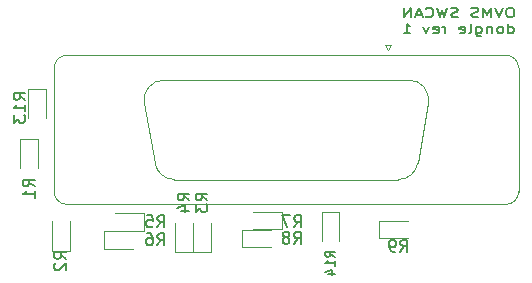
<source format=gbo>
G04 #@! TF.GenerationSoftware,KiCad,Pcbnew,(5.1.0-0)*
G04 #@! TF.CreationDate,2019-04-23T20:34:44+03:00*
G04 #@! TF.ProjectId,ovms-swcan-dongle,6f766d73-2d73-4776-9361-6e2d646f6e67,rev?*
G04 #@! TF.SameCoordinates,Original*
G04 #@! TF.FileFunction,Legend,Bot*
G04 #@! TF.FilePolarity,Positive*
%FSLAX46Y46*%
G04 Gerber Fmt 4.6, Leading zero omitted, Abs format (unit mm)*
G04 Created by KiCad (PCBNEW (5.1.0-0)) date 2019-04-23 20:34:44*
%MOMM*%
%LPD*%
G04 APERTURE LIST*
%ADD10C,0.150000*%
%ADD11C,0.120000*%
G04 APERTURE END LIST*
D10*
X56014380Y-13999904D02*
X55823904Y-13999904D01*
X55728666Y-14038000D01*
X55633428Y-14114190D01*
X55585809Y-14266571D01*
X55585809Y-14533238D01*
X55633428Y-14685619D01*
X55728666Y-14761809D01*
X55823904Y-14799904D01*
X56014380Y-14799904D01*
X56109619Y-14761809D01*
X56204857Y-14685619D01*
X56252476Y-14533238D01*
X56252476Y-14266571D01*
X56204857Y-14114190D01*
X56109619Y-14038000D01*
X56014380Y-13999904D01*
X55300095Y-13999904D02*
X54966761Y-14799904D01*
X54633428Y-13999904D01*
X54300095Y-14799904D02*
X54300095Y-13999904D01*
X53966761Y-14571333D01*
X53633428Y-13999904D01*
X53633428Y-14799904D01*
X53204857Y-14761809D02*
X53062000Y-14799904D01*
X52823904Y-14799904D01*
X52728666Y-14761809D01*
X52681047Y-14723714D01*
X52633428Y-14647523D01*
X52633428Y-14571333D01*
X52681047Y-14495142D01*
X52728666Y-14457047D01*
X52823904Y-14418952D01*
X53014380Y-14380857D01*
X53109619Y-14342761D01*
X53157238Y-14304666D01*
X53204857Y-14228476D01*
X53204857Y-14152285D01*
X53157238Y-14076095D01*
X53109619Y-14038000D01*
X53014380Y-13999904D01*
X52776285Y-13999904D01*
X52633428Y-14038000D01*
X51490571Y-14761809D02*
X51347714Y-14799904D01*
X51109619Y-14799904D01*
X51014380Y-14761809D01*
X50966761Y-14723714D01*
X50919142Y-14647523D01*
X50919142Y-14571333D01*
X50966761Y-14495142D01*
X51014380Y-14457047D01*
X51109619Y-14418952D01*
X51300095Y-14380857D01*
X51395333Y-14342761D01*
X51442952Y-14304666D01*
X51490571Y-14228476D01*
X51490571Y-14152285D01*
X51442952Y-14076095D01*
X51395333Y-14038000D01*
X51300095Y-13999904D01*
X51062000Y-13999904D01*
X50919142Y-14038000D01*
X50585809Y-13999904D02*
X50347714Y-14799904D01*
X50157238Y-14228476D01*
X49966761Y-14799904D01*
X49728666Y-13999904D01*
X48776285Y-14723714D02*
X48823904Y-14761809D01*
X48966761Y-14799904D01*
X49062000Y-14799904D01*
X49204857Y-14761809D01*
X49300095Y-14685619D01*
X49347714Y-14609428D01*
X49395333Y-14457047D01*
X49395333Y-14342761D01*
X49347714Y-14190380D01*
X49300095Y-14114190D01*
X49204857Y-14038000D01*
X49062000Y-13999904D01*
X48966761Y-13999904D01*
X48823904Y-14038000D01*
X48776285Y-14076095D01*
X48395333Y-14571333D02*
X47919142Y-14571333D01*
X48490571Y-14799904D02*
X48157238Y-13999904D01*
X47823904Y-14799904D01*
X47490571Y-14799904D02*
X47490571Y-13999904D01*
X46919142Y-14799904D01*
X46919142Y-13999904D01*
X55752476Y-16149904D02*
X55752476Y-15349904D01*
X55752476Y-16111809D02*
X55847714Y-16149904D01*
X56038190Y-16149904D01*
X56133428Y-16111809D01*
X56181047Y-16073714D01*
X56228666Y-15997523D01*
X56228666Y-15768952D01*
X56181047Y-15692761D01*
X56133428Y-15654666D01*
X56038190Y-15616571D01*
X55847714Y-15616571D01*
X55752476Y-15654666D01*
X55133428Y-16149904D02*
X55228666Y-16111809D01*
X55276285Y-16073714D01*
X55323904Y-15997523D01*
X55323904Y-15768952D01*
X55276285Y-15692761D01*
X55228666Y-15654666D01*
X55133428Y-15616571D01*
X54990571Y-15616571D01*
X54895333Y-15654666D01*
X54847714Y-15692761D01*
X54800095Y-15768952D01*
X54800095Y-15997523D01*
X54847714Y-16073714D01*
X54895333Y-16111809D01*
X54990571Y-16149904D01*
X55133428Y-16149904D01*
X54371523Y-15616571D02*
X54371523Y-16149904D01*
X54371523Y-15692761D02*
X54323904Y-15654666D01*
X54228666Y-15616571D01*
X54085809Y-15616571D01*
X53990571Y-15654666D01*
X53942952Y-15730857D01*
X53942952Y-16149904D01*
X53038190Y-15616571D02*
X53038190Y-16264190D01*
X53085809Y-16340380D01*
X53133428Y-16378476D01*
X53228666Y-16416571D01*
X53371523Y-16416571D01*
X53466761Y-16378476D01*
X53038190Y-16111809D02*
X53133428Y-16149904D01*
X53323904Y-16149904D01*
X53419142Y-16111809D01*
X53466761Y-16073714D01*
X53514380Y-15997523D01*
X53514380Y-15768952D01*
X53466761Y-15692761D01*
X53419142Y-15654666D01*
X53323904Y-15616571D01*
X53133428Y-15616571D01*
X53038190Y-15654666D01*
X52419142Y-16149904D02*
X52514380Y-16111809D01*
X52561999Y-16035619D01*
X52561999Y-15349904D01*
X51657238Y-16111809D02*
X51752476Y-16149904D01*
X51942952Y-16149904D01*
X52038190Y-16111809D01*
X52085809Y-16035619D01*
X52085809Y-15730857D01*
X52038190Y-15654666D01*
X51942952Y-15616571D01*
X51752476Y-15616571D01*
X51657238Y-15654666D01*
X51609619Y-15730857D01*
X51609619Y-15807047D01*
X52085809Y-15883238D01*
X50419142Y-16149904D02*
X50419142Y-15616571D01*
X50419142Y-15768952D02*
X50371523Y-15692761D01*
X50323904Y-15654666D01*
X50228666Y-15616571D01*
X50133428Y-15616571D01*
X49419142Y-16111809D02*
X49514380Y-16149904D01*
X49704857Y-16149904D01*
X49800095Y-16111809D01*
X49847714Y-16035619D01*
X49847714Y-15730857D01*
X49800095Y-15654666D01*
X49704857Y-15616571D01*
X49514380Y-15616571D01*
X49419142Y-15654666D01*
X49371523Y-15730857D01*
X49371523Y-15807047D01*
X49847714Y-15883238D01*
X49038190Y-15616571D02*
X48800095Y-16149904D01*
X48561999Y-15616571D01*
X46895333Y-16149904D02*
X47466761Y-16149904D01*
X47181047Y-16149904D02*
X47181047Y-15349904D01*
X47276285Y-15464190D01*
X47371523Y-15540380D01*
X47466761Y-15578476D01*
D11*
X48984470Y-22070256D02*
X48085202Y-27170256D01*
X24951530Y-22070256D02*
X25850798Y-27170256D01*
X46450421Y-28542000D02*
X27485579Y-28542000D01*
X47349689Y-20122000D02*
X26586311Y-20122000D01*
X45593000Y-17560675D02*
X45843000Y-17127662D01*
X45343000Y-17127662D02*
X45593000Y-17560675D01*
X45843000Y-17127662D02*
X45343000Y-17127662D01*
X56628000Y-29582000D02*
X56628000Y-19082000D01*
X18368000Y-30642000D02*
X55568000Y-30642000D01*
X17308000Y-19082000D02*
X17308000Y-29582000D01*
X55568000Y-18022000D02*
X18368000Y-18022000D01*
X25850798Y-27170256D02*
G75*
G03X27485579Y-28542000I1634781J288256D01*
G01*
X48085202Y-27170256D02*
G75*
G02X46450421Y-28542000I-1634781J288256D01*
G01*
X24951530Y-22070256D02*
G75*
G02X26586311Y-20122000I1634781J288256D01*
G01*
X48984470Y-22070256D02*
G75*
G03X47349689Y-20122000I-1634781J288256D01*
G01*
X18368000Y-30642000D02*
G75*
G02X17308000Y-29582000I0J1060000D01*
G01*
X55568000Y-30642000D02*
G75*
G03X56628000Y-29582000I0J1060000D01*
G01*
X17308000Y-19082000D02*
G75*
G02X18368000Y-18022000I1060000J0D01*
G01*
X55568000Y-18022000D02*
G75*
G02X56628000Y-19082000I0J-1060000D01*
G01*
X41425800Y-31283800D02*
X41425800Y-33743800D01*
X39955800Y-31283800D02*
X41425800Y-31283800D01*
X39955800Y-33743800D02*
X39955800Y-31283800D01*
X16571900Y-20907900D02*
X16571900Y-23367900D01*
X15101900Y-20907900D02*
X16571900Y-20907900D01*
X15101900Y-23367900D02*
X15101900Y-20907900D01*
X44796600Y-32031000D02*
X47256600Y-32031000D01*
X44796600Y-33501000D02*
X44796600Y-32031000D01*
X47256600Y-33501000D02*
X44796600Y-33501000D01*
X33239600Y-32793000D02*
X35699600Y-32793000D01*
X33239600Y-34263000D02*
X33239600Y-32793000D01*
X35699600Y-34263000D02*
X33239600Y-34263000D01*
X36559600Y-32739000D02*
X34099600Y-32739000D01*
X36559600Y-31269000D02*
X36559600Y-32739000D01*
X34099600Y-31269000D02*
X36559600Y-31269000D01*
X21555600Y-32920000D02*
X24015600Y-32920000D01*
X21555600Y-34390000D02*
X21555600Y-32920000D01*
X24015600Y-34390000D02*
X21555600Y-34390000D01*
X24875600Y-32866000D02*
X22415600Y-32866000D01*
X24875600Y-31396000D02*
X24875600Y-32866000D01*
X22415600Y-31396000D02*
X24875600Y-31396000D01*
X27560600Y-34680000D02*
X27560600Y-32220000D01*
X29030600Y-34680000D02*
X27560600Y-34680000D01*
X29030600Y-32220000D02*
X29030600Y-34680000D01*
X29084600Y-34680000D02*
X29084600Y-32220000D01*
X30554600Y-34680000D02*
X29084600Y-34680000D01*
X30554600Y-32220000D02*
X30554600Y-34680000D01*
X17133900Y-34553000D02*
X17133900Y-32093000D01*
X18603900Y-34553000D02*
X17133900Y-34553000D01*
X18603900Y-32093000D02*
X18603900Y-34553000D01*
X15924200Y-25086200D02*
X15924200Y-27546200D01*
X14454200Y-25086200D02*
X15924200Y-25086200D01*
X14454200Y-27546200D02*
X14454200Y-25086200D01*
D10*
X41052704Y-35096514D02*
X40671752Y-34829847D01*
X41052704Y-34639371D02*
X40252704Y-34639371D01*
X40252704Y-34944133D01*
X40290800Y-35020323D01*
X40328895Y-35058419D01*
X40405085Y-35096514D01*
X40519371Y-35096514D01*
X40595561Y-35058419D01*
X40633657Y-35020323D01*
X40671752Y-34944133D01*
X40671752Y-34639371D01*
X41052704Y-35858419D02*
X41052704Y-35401276D01*
X41052704Y-35629847D02*
X40252704Y-35629847D01*
X40366990Y-35553657D01*
X40443180Y-35477466D01*
X40481276Y-35401276D01*
X40519371Y-36544133D02*
X41052704Y-36544133D01*
X40214609Y-36353657D02*
X40786038Y-36163180D01*
X40786038Y-36658419D01*
X14866880Y-21810742D02*
X14390690Y-21477409D01*
X14866880Y-21239314D02*
X13866880Y-21239314D01*
X13866880Y-21620266D01*
X13914500Y-21715504D01*
X13962119Y-21763123D01*
X14057357Y-21810742D01*
X14200214Y-21810742D01*
X14295452Y-21763123D01*
X14343071Y-21715504D01*
X14390690Y-21620266D01*
X14390690Y-21239314D01*
X14866880Y-22763123D02*
X14866880Y-22191695D01*
X14866880Y-22477409D02*
X13866880Y-22477409D01*
X14009738Y-22382171D01*
X14104976Y-22286933D01*
X14152595Y-22191695D01*
X13866880Y-23096457D02*
X13866880Y-23715504D01*
X14247833Y-23382171D01*
X14247833Y-23525028D01*
X14295452Y-23620266D01*
X14343071Y-23667885D01*
X14438309Y-23715504D01*
X14676404Y-23715504D01*
X14771642Y-23667885D01*
X14819261Y-23620266D01*
X14866880Y-23525028D01*
X14866880Y-23239314D01*
X14819261Y-23144076D01*
X14771642Y-23096457D01*
X46623266Y-34648380D02*
X46956600Y-34172190D01*
X47194695Y-34648380D02*
X47194695Y-33648380D01*
X46813742Y-33648380D01*
X46718504Y-33696000D01*
X46670885Y-33743619D01*
X46623266Y-33838857D01*
X46623266Y-33981714D01*
X46670885Y-34076952D01*
X46718504Y-34124571D01*
X46813742Y-34172190D01*
X47194695Y-34172190D01*
X46147076Y-34648380D02*
X45956600Y-34648380D01*
X45861361Y-34600761D01*
X45813742Y-34553142D01*
X45718504Y-34410285D01*
X45670885Y-34219809D01*
X45670885Y-33838857D01*
X45718504Y-33743619D01*
X45766123Y-33696000D01*
X45861361Y-33648380D01*
X46051838Y-33648380D01*
X46147076Y-33696000D01*
X46194695Y-33743619D01*
X46242314Y-33838857D01*
X46242314Y-34076952D01*
X46194695Y-34172190D01*
X46147076Y-34219809D01*
X46051838Y-34267428D01*
X45861361Y-34267428D01*
X45766123Y-34219809D01*
X45718504Y-34172190D01*
X45670885Y-34076952D01*
X37606266Y-33980380D02*
X37939600Y-33504190D01*
X38177695Y-33980380D02*
X38177695Y-32980380D01*
X37796742Y-32980380D01*
X37701504Y-33028000D01*
X37653885Y-33075619D01*
X37606266Y-33170857D01*
X37606266Y-33313714D01*
X37653885Y-33408952D01*
X37701504Y-33456571D01*
X37796742Y-33504190D01*
X38177695Y-33504190D01*
X37034838Y-33408952D02*
X37130076Y-33361333D01*
X37177695Y-33313714D01*
X37225314Y-33218476D01*
X37225314Y-33170857D01*
X37177695Y-33075619D01*
X37130076Y-33028000D01*
X37034838Y-32980380D01*
X36844361Y-32980380D01*
X36749123Y-33028000D01*
X36701504Y-33075619D01*
X36653885Y-33170857D01*
X36653885Y-33218476D01*
X36701504Y-33313714D01*
X36749123Y-33361333D01*
X36844361Y-33408952D01*
X37034838Y-33408952D01*
X37130076Y-33456571D01*
X37177695Y-33504190D01*
X37225314Y-33599428D01*
X37225314Y-33789904D01*
X37177695Y-33885142D01*
X37130076Y-33932761D01*
X37034838Y-33980380D01*
X36844361Y-33980380D01*
X36749123Y-33932761D01*
X36701504Y-33885142D01*
X36653885Y-33789904D01*
X36653885Y-33599428D01*
X36701504Y-33504190D01*
X36749123Y-33456571D01*
X36844361Y-33408952D01*
X37606266Y-32583380D02*
X37939600Y-32107190D01*
X38177695Y-32583380D02*
X38177695Y-31583380D01*
X37796742Y-31583380D01*
X37701504Y-31631000D01*
X37653885Y-31678619D01*
X37606266Y-31773857D01*
X37606266Y-31916714D01*
X37653885Y-32011952D01*
X37701504Y-32059571D01*
X37796742Y-32107190D01*
X38177695Y-32107190D01*
X37272933Y-31583380D02*
X36606266Y-31583380D01*
X37034838Y-32583380D01*
X26049266Y-34107380D02*
X26382600Y-33631190D01*
X26620695Y-34107380D02*
X26620695Y-33107380D01*
X26239742Y-33107380D01*
X26144504Y-33155000D01*
X26096885Y-33202619D01*
X26049266Y-33297857D01*
X26049266Y-33440714D01*
X26096885Y-33535952D01*
X26144504Y-33583571D01*
X26239742Y-33631190D01*
X26620695Y-33631190D01*
X25192123Y-33107380D02*
X25382600Y-33107380D01*
X25477838Y-33155000D01*
X25525457Y-33202619D01*
X25620695Y-33345476D01*
X25668314Y-33535952D01*
X25668314Y-33916904D01*
X25620695Y-34012142D01*
X25573076Y-34059761D01*
X25477838Y-34107380D01*
X25287361Y-34107380D01*
X25192123Y-34059761D01*
X25144504Y-34012142D01*
X25096885Y-33916904D01*
X25096885Y-33678809D01*
X25144504Y-33583571D01*
X25192123Y-33535952D01*
X25287361Y-33488333D01*
X25477838Y-33488333D01*
X25573076Y-33535952D01*
X25620695Y-33583571D01*
X25668314Y-33678809D01*
X26049266Y-32583380D02*
X26382600Y-32107190D01*
X26620695Y-32583380D02*
X26620695Y-31583380D01*
X26239742Y-31583380D01*
X26144504Y-31631000D01*
X26096885Y-31678619D01*
X26049266Y-31773857D01*
X26049266Y-31916714D01*
X26096885Y-32011952D01*
X26144504Y-32059571D01*
X26239742Y-32107190D01*
X26620695Y-32107190D01*
X25144504Y-31583380D02*
X25620695Y-31583380D01*
X25668314Y-32059571D01*
X25620695Y-32011952D01*
X25525457Y-31964333D01*
X25287361Y-31964333D01*
X25192123Y-32011952D01*
X25144504Y-32059571D01*
X25096885Y-32154809D01*
X25096885Y-32392904D01*
X25144504Y-32488142D01*
X25192123Y-32535761D01*
X25287361Y-32583380D01*
X25525457Y-32583380D01*
X25620695Y-32535761D01*
X25668314Y-32488142D01*
X28747980Y-30313333D02*
X28271790Y-29980000D01*
X28747980Y-29741904D02*
X27747980Y-29741904D01*
X27747980Y-30122857D01*
X27795600Y-30218095D01*
X27843219Y-30265714D01*
X27938457Y-30313333D01*
X28081314Y-30313333D01*
X28176552Y-30265714D01*
X28224171Y-30218095D01*
X28271790Y-30122857D01*
X28271790Y-29741904D01*
X28081314Y-31170476D02*
X28747980Y-31170476D01*
X27700361Y-30932380D02*
X28414647Y-30694285D01*
X28414647Y-31313333D01*
X30271980Y-30313333D02*
X29795790Y-29980000D01*
X30271980Y-29741904D02*
X29271980Y-29741904D01*
X29271980Y-30122857D01*
X29319600Y-30218095D01*
X29367219Y-30265714D01*
X29462457Y-30313333D01*
X29605314Y-30313333D01*
X29700552Y-30265714D01*
X29748171Y-30218095D01*
X29795790Y-30122857D01*
X29795790Y-29741904D01*
X29271980Y-30646666D02*
X29271980Y-31265714D01*
X29652933Y-30932380D01*
X29652933Y-31075238D01*
X29700552Y-31170476D01*
X29748171Y-31218095D01*
X29843409Y-31265714D01*
X30081504Y-31265714D01*
X30176742Y-31218095D01*
X30224361Y-31170476D01*
X30271980Y-31075238D01*
X30271980Y-30789523D01*
X30224361Y-30694285D01*
X30176742Y-30646666D01*
X18321280Y-35266333D02*
X17845090Y-34933000D01*
X18321280Y-34694904D02*
X17321280Y-34694904D01*
X17321280Y-35075857D01*
X17368900Y-35171095D01*
X17416519Y-35218714D01*
X17511757Y-35266333D01*
X17654614Y-35266333D01*
X17749852Y-35218714D01*
X17797471Y-35171095D01*
X17845090Y-35075857D01*
X17845090Y-34694904D01*
X17416519Y-35647285D02*
X17368900Y-35694904D01*
X17321280Y-35790142D01*
X17321280Y-36028238D01*
X17368900Y-36123476D01*
X17416519Y-36171095D01*
X17511757Y-36218714D01*
X17606995Y-36218714D01*
X17749852Y-36171095D01*
X18321280Y-35599666D01*
X18321280Y-36218714D01*
X15641580Y-29133533D02*
X15165390Y-28800200D01*
X15641580Y-28562104D02*
X14641580Y-28562104D01*
X14641580Y-28943057D01*
X14689200Y-29038295D01*
X14736819Y-29085914D01*
X14832057Y-29133533D01*
X14974914Y-29133533D01*
X15070152Y-29085914D01*
X15117771Y-29038295D01*
X15165390Y-28943057D01*
X15165390Y-28562104D01*
X15641580Y-30085914D02*
X15641580Y-29514485D01*
X15641580Y-29800200D02*
X14641580Y-29800200D01*
X14784438Y-29704961D01*
X14879676Y-29609723D01*
X14927295Y-29514485D01*
M02*

</source>
